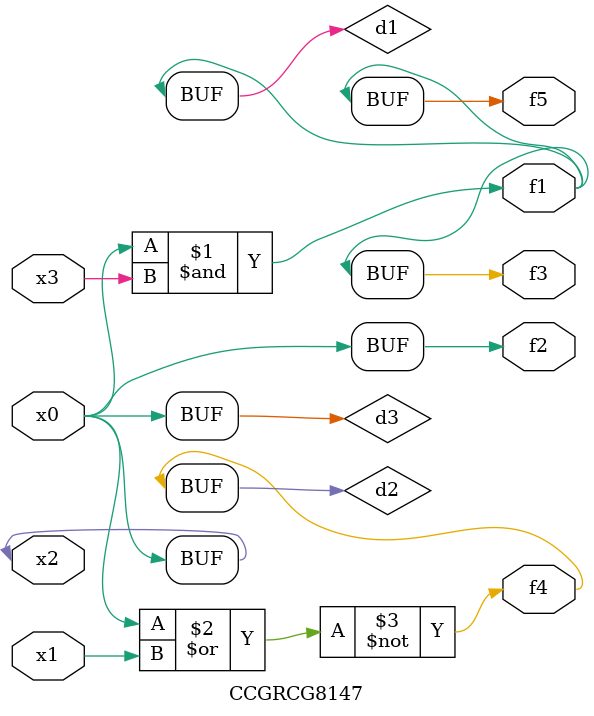
<source format=v>
module CCGRCG8147(
	input x0, x1, x2, x3,
	output f1, f2, f3, f4, f5
);

	wire d1, d2, d3;

	and (d1, x2, x3);
	nor (d2, x0, x1);
	buf (d3, x0, x2);
	assign f1 = d1;
	assign f2 = d3;
	assign f3 = d1;
	assign f4 = d2;
	assign f5 = d1;
endmodule

</source>
